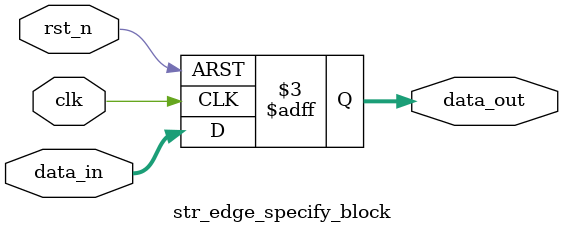
<source format=sv>

module str_edge_specify_block (
  input wire clk,
  input wire rst_n,
  input wire [7:0] data_in,
  output logic [7:0] data_out
);

  always_ff @(posedge clk or negedge rst_n) begin
    if (!rst_n) data_out <= 8'h00;
    else data_out <= data_in;
  end
  
  // Specify block: Timing constraints
  specify
    // Setup and hold times
    $setup(data_in, posedge clk, 0.5);
    $hold(posedge clk, data_in, 0.3);
    
    // Propagation delays
    (clk => data_out) = (1.2, 1.5);
    (rst_n => data_out) = (0.8, 1.0);
    
    // Pulse width constraints
    $width(posedge clk, 2.0);
    $width(negedge clk, 2.0);
    
    // Period constraint
    $period(posedge clk, 5.0);
  endspecify

endmodule


</source>
